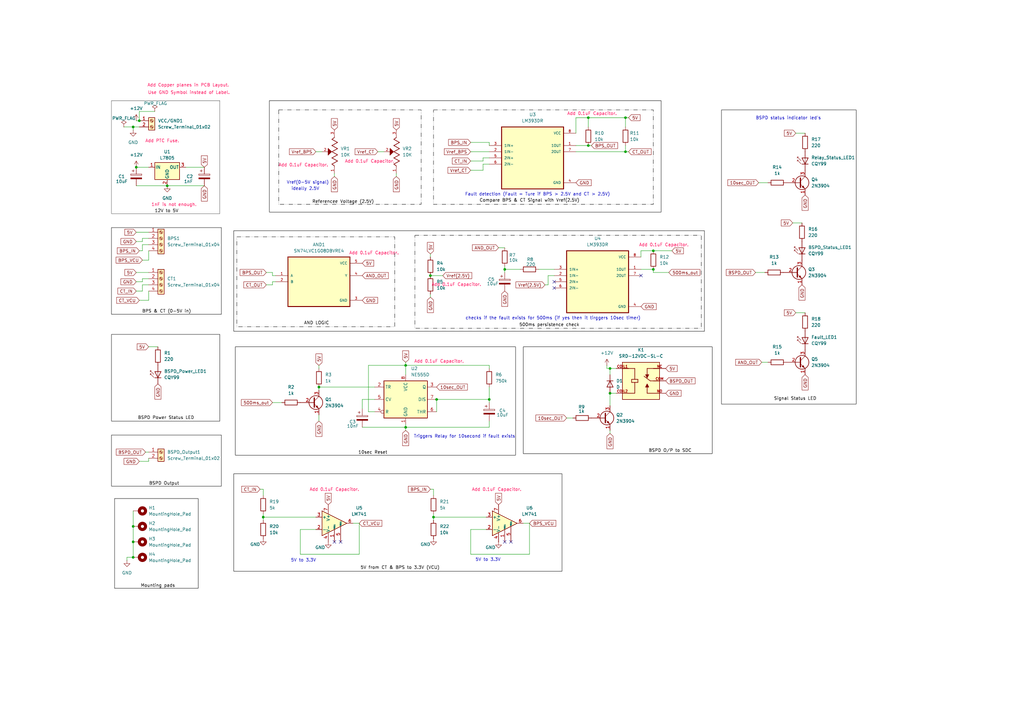
<source format=kicad_sch>
(kicad_sch (version 20231120) (generator "eeschema") (generator_version "8.0")
  (paper "A3")
  (title_block (title "BSPD") (company "Team Urja") (comment 1 "Property of Team Urja"))
  (junction (at 57.15 49.53))
  (junction (at 166.37 175.26))
  (junction (at 130.81 158.75))
  (junction (at 177.8 212.09))
  (junction (at 241.3 59.69))
  (junction (at 267.97 102.87))
  (junction (at 179.07 163.83))
  (junction (at 54.61 222.25))
  (junction (at 55.88 68.58))
  (junction (at 241.3 48.26))
  (junction (at 250.19 151.13))
  (junction (at 256.54 62.23))
  (junction (at 54.61 52.07))
  (junction (at 68.58 76.2))
  (junction (at 207.01 110.49))
  (junction (at 200.66 163.83))
  (junction (at 54.61 215.9))
  (junction (at 267.97 110.49))
  (junction (at 107.95 212.09))
  (junction (at 250.19 161.29))
  (junction (at 256.54 48.26))
  (junction (at 54.61 228.6))
  (junction (at 176.53 113.03))
  (junction (at 166.37 149.86))
  (no_connect (at 139.7 222.25))
  (no_connect (at 227.33 118.11))
  (no_connect (at 227.33 115.57))
  (no_connect (at 262.89 113.03))
  (no_connect (at 137.16 222.25))
  (no_connect (at 207.01 222.25))
  (no_connect (at 209.55 222.25))
  (wire (pts (xy 55.88 115.57) (xy 58.42 115.57)))
  (wire (pts (xy 113.03 115.57) (xy 111.76 115.57)))
  (wire (pts (xy 55.88 99.06) (xy 58.42 99.06)))
  (wire (pts (xy 217.17 214.63) (xy 214.63 214.63)))
  (wire (pts (xy 256.54 62.23) (xy 257.81 62.23)))
  (wire (pts (xy 60.96 106.68) (xy 60.96 102.87)))
  (wire (pts (xy 193.04 217.17) (xy 193.04 227.33)))
  (wire (pts (xy 193.04 62.23) (xy 200.66 62.23)))
  (wire (pts (xy 220.98 110.49) (xy 227.33 110.49)))
  (wire (pts (xy 257.81 48.26) (xy 256.54 48.26)))
  (wire (pts (xy 326.39 128.27) (xy 330.2 128.27)))
  (wire (pts (xy 326.39 54.61) (xy 330.2 54.61)))
  (wire (pts (xy 166.37 149.86) (xy 151.13 149.86)))
  (wire (pts (xy 129.54 217.17) (xy 123.19 217.17)))
  (wire (pts (xy 148.59 163.83) (xy 153.67 163.83)))
  (wire (pts (xy 130.81 158.75) (xy 130.81 160.02)))
  (wire (pts (xy 312.42 148.59) (xy 314.96 148.59)))
  (wire (pts (xy 193.04 227.33) (xy 217.17 227.33)))
  (wire (pts (xy 200.66 67.31) (xy 198.12 67.31)))
  (wire (pts (xy 262.89 102.87) (xy 267.97 102.87)))
  (wire (pts (xy 57.15 189.23) (xy 60.96 189.23)))
  (wire (pts (xy 198.12 66.04) (xy 198.12 64.77)))
  (wire (pts (xy 123.19 227.33) (xy 147.32 227.33)))
  (wire (pts (xy 207.01 110.49) (xy 207.01 111.76)))
  (wire (pts (xy 54.61 52.07) (xy 57.15 52.07)))
  (wire (pts (xy 325.12 91.44) (xy 328.93 91.44)))
  (wire (pts (xy 204.47 101.6) (xy 207.01 101.6)))
  (wire (pts (xy 109.22 111.76) (xy 111.76 111.76)))
  (wire (pts (xy 151.13 149.86) (xy 151.13 168.91)))
  (wire (pts (xy 60.96 119.38) (xy 60.96 123.19)))
  (wire (pts (xy 252.73 151.13) (xy 250.19 151.13)))
  (wire (pts (xy 250.19 177.8) (xy 250.19 176.53)))
  (wire (pts (xy 177.8 212.09) (xy 199.39 212.09)))
  (wire (pts (xy 147.32 214.63) (xy 144.78 214.63)))
  (wire (pts (xy 166.37 175.26) (xy 166.37 173.99)))
  (wire (pts (xy 76.2 68.58) (xy 83.82 68.58)))
  (wire (pts (xy 250.19 161.29) (xy 250.19 166.37)))
  (wire (pts (xy 55.88 111.76) (xy 60.96 111.76)))
  (wire (pts (xy 58.42 97.79) (xy 60.96 97.79)))
  (wire (pts (xy 177.8 213.36) (xy 177.8 212.09)))
  (wire (pts (xy 58.42 116.84) (xy 60.96 116.84)))
  (wire (pts (xy 59.69 185.42) (xy 60.96 185.42)))
  (wire (pts (xy 241.3 59.69) (xy 242.57 59.69)))
  (wire (pts (xy 241.3 48.26) (xy 256.54 48.26)))
  (wire (pts (xy 207.01 110.49) (xy 213.36 110.49)))
  (wire (pts (xy 148.59 167.64) (xy 148.59 163.83)))
  (wire (pts (xy 148.59 175.26) (xy 166.37 175.26)))
  (wire (pts (xy 129.54 62.23) (xy 132.08 62.23)))
  (wire (pts (xy 58.42 116.84) (xy 58.42 119.38)))
  (wire (pts (xy 275.59 102.87) (xy 267.97 102.87)))
  (wire (pts (xy 207.01 109.22) (xy 207.01 110.49)))
  (wire (pts (xy 262.89 110.49) (xy 267.97 110.49)))
  (wire (pts (xy 58.42 106.68) (xy 60.96 106.68)))
  (wire (pts (xy 177.8 200.66) (xy 176.53 200.66)))
  (wire (pts (xy 154.94 62.23) (xy 157.48 62.23)))
  (wire (pts (xy 58.42 115.57) (xy 58.42 114.3)))
  (wire (pts (xy 224.79 113.03) (xy 227.33 113.03)))
  (wire (pts (xy 256.54 48.26) (xy 256.54 52.07)))
  (wire (pts (xy 241.3 48.26) (xy 241.3 52.07)))
  (wire (pts (xy 60.96 189.23) (xy 60.96 187.96)))
  (wire (pts (xy 147.32 227.33) (xy 147.32 214.63)))
  (wire (pts (xy 193.04 58.42) (xy 200.66 58.42)))
  (wire (pts (xy 111.76 116.84) (xy 109.22 116.84)))
  (wire (pts (xy 217.17 227.33) (xy 217.17 214.63)))
  (wire (pts (xy 200.66 149.86) (xy 166.37 149.86)))
  (wire (pts (xy 130.81 158.75) (xy 153.67 158.75)))
  (wire (pts (xy 199.39 217.17) (xy 193.04 217.17)))
  (wire (pts (xy 54.61 215.9) (xy 54.61 222.25)))
  (wire (pts (xy 58.42 99.06) (xy 58.42 97.79)))
  (wire (pts (xy 58.42 119.38) (xy 55.88 119.38)))
  (wire (pts (xy 236.22 59.69) (xy 241.3 59.69)))
  (wire (pts (xy 107.95 200.66) (xy 107.95 203.2)))
  (wire (pts (xy 137.16 71.12) (xy 137.16 72.39)))
  (wire (pts (xy 55.88 49.53) (xy 57.15 49.53)))
  (wire (pts (xy 193.04 66.04) (xy 198.12 66.04)))
  (wire (pts (xy 58.42 114.3) (xy 60.96 114.3)))
  (wire (pts (xy 252.73 161.29) (xy 250.19 161.29)))
  (wire (pts (xy 111.76 165.1) (xy 115.57 165.1)))
  (wire (pts (xy 179.07 163.83) (xy 179.07 168.91)))
  (wire (pts (xy 107.95 212.09) (xy 129.54 212.09)))
  (wire (pts (xy 54.61 228.6) (xy 52.07 228.6)))
  (wire (pts (xy 55.88 76.2) (xy 68.58 76.2)))
  (wire (pts (xy 123.19 217.17) (xy 123.19 227.33)))
  (wire (pts (xy 166.37 176.53) (xy 166.37 175.26)))
  (wire (pts (xy 54.61 222.25) (xy 54.61 228.6)))
  (wire (pts (xy 111.76 115.57) (xy 111.76 116.84)))
  (wire (pts (xy 179.07 163.83) (xy 200.66 163.83)))
  (wire (pts (xy 54.61 53.34) (xy 54.61 52.07)))
  (wire (pts (xy 60.96 68.58) (xy 55.88 68.58)))
  (wire (pts (xy 177.8 200.66) (xy 177.8 203.2)))
  (wire (pts (xy 176.53 104.14) (xy 176.53 105.41)))
  (wire (pts (xy 256.54 59.69) (xy 256.54 62.23)))
  (wire (pts (xy 57.15 45.72) (xy 57.15 49.53)))
  (wire (pts (xy 236.22 48.26) (xy 241.3 48.26)))
  (wire (pts (xy 198.12 69.85) (xy 193.04 69.85)))
  (wire (pts (xy 107.95 210.82) (xy 107.95 212.09)))
  (wire (pts (xy 151.13 168.91) (xy 153.67 168.91)))
  (wire (pts (xy 63.5 45.72) (xy 57.15 45.72)))
  (wire (pts (xy 176.53 120.65) (xy 176.53 121.92)))
  (wire (pts (xy 166.37 153.67) (xy 166.37 149.86)))
  (wire (pts (xy 111.76 111.76) (xy 111.76 113.03)))
  (wire (pts (xy 224.79 116.84) (xy 224.79 113.03)))
  (wire (pts (xy 256.54 62.23) (xy 236.22 62.23)))
  (wire (pts (xy 248.92 149.86) (xy 248.92 151.13)))
  (wire (pts (xy 311.15 74.93) (xy 314.96 74.93)))
  (wire (pts (xy 60.96 142.24) (xy 64.77 142.24)))
  (wire (pts (xy 68.58 76.2) (xy 83.82 76.2)))
  (wire (pts (xy 58.42 102.87) (xy 58.42 100.33)))
  (wire (pts (xy 57.15 102.87) (xy 58.42 102.87)))
  (wire (pts (xy 200.66 172.72) (xy 200.66 175.26)))
  (wire (pts (xy 50.8 52.07) (xy 54.61 52.07)))
  (wire (pts (xy 54.61 209.55) (xy 54.61 215.9)))
  (wire (pts (xy 111.76 113.03) (xy 113.03 113.03)))
  (wire (pts (xy 200.66 58.42) (xy 200.66 59.69)))
  (wire (pts (xy 274.32 111.76) (xy 267.97 111.76)))
  (wire (pts (xy 200.66 158.75) (xy 200.66 163.83)))
  (wire (pts (xy 198.12 64.77) (xy 200.66 64.77)))
  (wire (pts (xy 176.53 113.03) (xy 181.61 113.03)))
  (wire (pts (xy 166.37 175.26) (xy 200.66 175.26)))
  (wire (pts (xy 130.81 170.18) (xy 130.81 172.72)))
  (wire (pts (xy 162.56 71.12) (xy 162.56 72.39)))
  (wire (pts (xy 177.8 210.82) (xy 177.8 212.09)))
  (wire (pts (xy 200.66 163.83) (xy 200.66 165.1)))
  (wire (pts (xy 200.66 151.13) (xy 200.66 149.86)))
  (wire (pts (xy 58.42 100.33) (xy 60.96 100.33)))
  (wire (pts (xy 60.96 123.19) (xy 57.15 123.19)))
  (wire (pts (xy 166.37 148.59) (xy 166.37 149.86)))
  (wire (pts (xy 232.41 171.45) (xy 234.95 171.45)))
  (wire (pts (xy 236.22 54.61) (xy 236.22 48.26)))
  (wire (pts (xy 309.88 111.76) (xy 313.69 111.76)))
  (wire (pts (xy 107.95 213.36) (xy 107.95 212.09)))
  (wire (pts (xy 248.92 151.13) (xy 250.19 151.13)))
  (wire (pts (xy 52.07 228.6) (xy 52.07 229.87)))
  (wire (pts (xy 223.52 116.84) (xy 224.79 116.84)))
  (wire (pts (xy 267.97 111.76) (xy 267.97 110.49)))
  (wire (pts (xy 250.19 151.13) (xy 250.19 153.67)))
  (wire (pts (xy 55.88 95.25) (xy 60.96 95.25)))
  (wire (pts (xy 262.89 105.41) (xy 262.89 102.87)))
  (wire (pts (xy 107.95 200.66) (xy 106.68 200.66)))
  (wire (pts (xy 198.12 67.31) (xy 198.12 69.85)))
  (wire (pts (xy 130.81 149.86) (xy 130.81 151.13)))
  (rectangle (start 45.72 41.275) (end 90.17 87.63) (stroke (width 0.1) (color 0 0 0 1)))
  (rectangle (start 295.91 45.085) (end 351.155 165.735) (stroke (width 0) (color 0 0 0 1)))
  (rectangle (start 95.885 94.615) (end 288.925 135.89) (stroke (width 0) (color 0 0 0 1)))
  (rectangle (start 177.8 45.085) (end 267.97 83.82) (stroke (width 0) (type dash_dot_dot) (color 0 0 0 1)))
  (rectangle (start 114.3 45.085) (end 172.72 83.82) (stroke (width 0) (type dash_dot_dot) (color 0 0 0 1)))
  (rectangle (start 214.63 142.24) (end 292.1 186.055) (stroke (width 0) (color 0 0 0 1)))
  (rectangle (start 110.49 41.275) (end 271.145 86.995) (stroke (width 0) (color 0 0 0 1)))
  (rectangle (start 97.155 97.155) (end 161.925 133.985) (stroke (width 0) (type dash_dot_dot) (color 0 0 0 1)))
  (rectangle (start 96.52 142.24) (end 211.455 186.69) (stroke (width 0) (color 0 0 0 1)))
  (rectangle (start 46.99 204.47) (end 81.28 241.3) (stroke (width 0) (color 0 0 0 1)))
  (rectangle (start 95.885 194.31) (end 230.505 234.315) (stroke (width 0) (color 0 0 0 1)))
  (rectangle (start 45.72 93.345) (end 90.805 128.905) (stroke (width 0) (color 0 0 0 1)))
  (rectangle (start 170.18 96.52) (end 287.655 134.62) (stroke (width 0) (type dash_dot_dot) (color 0 0 0 1)))
  (rectangle (start 45.72 178.435) (end 90.805 199.39) (stroke (width 0) (color 0 0 0 1)))
  (rectangle (start 45.72 137.16) (end 90.17 172.72) (stroke (width 0) (color 0 0 0 1)))
  (text "Triggers Relay for 10second if fault exists\n" (at 190.5 179.07 0) (effects (font (size 1.27 1.27))))
  (text "BSPD Power Status LED" (at 68.072 171.45 0) (effects (font (size 1.27 1.27))))
  (text "AND LOGIC \n" (at 130.302 132.588 0) (effects (font (size 1.27 1.27))))
  (text "Add Copper planes in PCB Layout." (at 77.216 35.052 0) (effects (font (size 1.27 1.27))))
  (text "5V to 3.3V\n" (at 200.152 229.616 0) (effects (font (size 1.27 1.27))))
  (text "BSPD O/P to SDC" (at 274.828 184.912 0) (effects (font (size 1.27 1.27))))
  (text "checks if the fault exists for 500ms (if yes then it tirggers 10sec timer)" (at 226.822 130.556 0) (effects (font (size 1.27 1.27))))
  (text "10sec Reset" (at 152.908 185.674 0) (effects (font (size 1.27 1.27))))
  (text "Add 0.1uF Capacitor." (at 151.638 66.294 0) (effects (font (size 1.27 1.27))))
  (text "Add 0.1uF Capacitor." (at 187.198 116.84 0) (effects (font (size 1.27 1.27))))
  (text "Add 0.1uF Capacitor." (at 180.086 148.336 0) (effects (font (size 1.27 1.27))))
  (text "Add 0.1uF Capacitor." (at 272.288 100.584 0) (effects (font (size 1.27 1.27))))
  (text "BPS & CT (0-5V in)" (at 68.326 127.762 0) (effects (font (size 1.27 1.27))))
  (text "Fault detection (Fault = Ture if BPS > 2.5V and CT > 2.5V)" (at 220.472 79.756 0) (effects (font (size 1.27 1.27))))
  (text "12V to 5V\n" (at 68.326 86.614 0) (effects (font (size 1.27 1.27))))
  (text "Signal Status LED\n" (at 326.136 163.576 0) (effects (font (size 1.27 1.27))))
  (text "Add 0.1uF Capacitor." (at 242.824 46.736 0) (effects (font (size 1.27 1.27))))
  (text "Compare BPS & CT Signal with Vref(2.5V)" (at 217.17 82.296 0) (effects (font (size 1.27 1.27))))
  (text "Add 0.1uF Capacitor." (at 203.708 200.914 0) (effects (font (size 1.27 1.27))))
  (text "5V from CT & BPS to 3.3V (VCU)" (at 164.084 232.918 0) (effects (font (size 1.27 1.27))))
  (text "Vref(0-5V signal)" (at 126.238 74.93 0) (effects (font (size 1.27 1.27))))
  (text "BSPD status indicator led's\n" (at 323.342 48.514 0) (effects (font (size 1.27 1.27))))
  (text "Add 0.1uF Capacitor." (at 137.16 200.914 0) (effects (font (size 1.27 1.27))))
  (text "Add 0.1uF Capacitor." (at 124.46 67.818 0) (effects (font (size 1.27 1.27))))
  (text "ideally 2.5V\n" (at 125.222 77.47 0) (effects (font (size 1.27 1.27))))
  (text "Add PTC Fuse." (at 66.548 57.912 0) (effects (font (size 1.27 1.27))))
  (text "1nF is not enough." (at 71.374 84.074 0) (effects (font (size 1.27 1.27))))
  (text "Referencee Voltage (2.5V)" (at 140.716 82.804 0) (effects (font (size 1.27 1.27))))
  (text "BSPD Output" (at 67.31 198.374 0) (effects (font (size 1.27 1.27))))
  (text "Mounting pads" (at 64.77 240.284 0) (effects (font (size 1.27 1.27))))
  (text "500ms persistence check" (at 225.298 133.35 0) (effects (font (size 1.27 1.27))))
  (text "5V to 3.3V\n" (at 124.46 229.87 0) (effects (font (size 1.27 1.27))))
  (text "Use GND Symbol instead of Label." (at 77.47 38.1 0) (effects (font (size 1.27 1.27))))
  (text "Add 0.1uF Capacitor." (at 153.416 103.886 0) (effects (font (size 1.27 1.27))))
  (global_label "GND" (shape input) (at 207.01 119.38 270) (property "Intersheetrefs" "${INTERSHEET_REFS}" (effects (hide yes))))
  (global_label "BPS_IN" (shape input) (at 193.04 58.42 180) (property "Intersheetrefs" "${INTERSHEET_REFS}" (effects (hide yes))))
  (global_label "GND" (shape input) (at 273.05 161.29 0) (property "Intersheetrefs" "${INTERSHEET_REFS}" (effects (hide yes))))
  (global_label "5V" (shape input) (at 176.53 104.14 90) (property "Intersheetrefs" "${INTERSHEET_REFS}" (effects (hide yes))))
  (global_label "Vref_CT" (shape input) (at 193.04 69.85 180) (property "Intersheetrefs" "${INTERSHEET_REFS}" (effects (hide yes))))
  (global_label "GND" (shape input) (at 55.88 115.57 180) (property "Intersheetrefs" "${INTERSHEET_REFS}" (effects (hide yes))))
  (global_label "CT_IN" (shape input) (at 55.88 119.38 180) (property "Intersheetrefs" "${INTERSHEET_REFS}" (effects (hide yes))))
  (global_label "GND" (shape input) (at 148.59 123.19 0) (property "Intersheetrefs" "${INTERSHEET_REFS}" (effects (hide yes))))
  (global_label "5V" (shape input) (at 166.37 148.59 90) (property "Intersheetrefs" "${INTERSHEET_REFS}" (effects (hide yes))))
  (global_label "Vref_BPS" (shape input) (at 129.54 62.23 180) (property "Intersheetrefs" "${INTERSHEET_REFS}" (effects (hide yes))))
  (global_label "5V" (shape input) (at 137.16 53.34 90) (property "Intersheetrefs" "${INTERSHEET_REFS}" (effects (hide yes))))
  (global_label "5V" (shape input) (at 204.47 207.01 90) (property "Intersheetrefs" "${INTERSHEET_REFS}" (effects (hide yes))))
  (global_label "GND" (shape input) (at 328.93 116.84 270) (property "Intersheetrefs" "${INTERSHEET_REFS}" (effects (hide yes))))
  (global_label "GND" (shape input) (at 330.2 80.01 270) (property "Intersheetrefs" "${INTERSHEET_REFS}" (effects (hide yes))))
  (global_label "10sec_OUT" (shape input) (at 232.41 171.45 180) (property "Intersheetrefs" "${INTERSHEET_REFS}" (effects (hide yes))))
  (global_label "5V" (shape input) (at 55.88 95.25 180) (property "Intersheetrefs" "${INTERSHEET_REFS}" (effects (hide yes))))
  (global_label "GND" (shape input) (at 130.81 172.72 270) (property "Intersheetrefs" "${INTERSHEET_REFS}" (effects (hide yes))))
  (global_label "CT_IN" (shape input) (at 106.68 200.66 180) (property "Intersheetrefs" "${INTERSHEET_REFS}" (effects (hide yes))))
  (global_label "CT_VCU" (shape input) (at 147.32 214.63 0) (property "Intersheetrefs" "${INTERSHEET_REFS}" (effects (hide yes))))
  (global_label "5V" (shape input) (at 326.39 128.27 180) (property "Intersheetrefs" "${INTERSHEET_REFS}" (effects (hide yes))))
  (global_label "GND" (shape input) (at 166.37 176.53 270) (property "Intersheetrefs" "${INTERSHEET_REFS}" (effects (hide yes))))
  (global_label "10sec_OUT" (shape input) (at 179.07 158.75 0) (property "Intersheetrefs" "${INTERSHEET_REFS}" (effects (hide yes))))
  (global_label "5V" (shape input) (at 275.59 102.87 0) (property "Intersheetrefs" "${INTERSHEET_REFS}" (effects (hide yes))))
  (global_label "CT_IN" (shape input) (at 193.04 66.04 180) (property "Intersheetrefs" "${INTERSHEET_REFS}" (effects (hide yes))))
  (global_label "GND" (shape input) (at 64.77 157.48 270) (property "Intersheetrefs" "${INTERSHEET_REFS}" (effects (hide yes))))
  (global_label "GND" (shape input) (at 250.19 177.8 270) (property "Intersheetrefs" "${INTERSHEET_REFS}" (effects (hide yes))))
  (global_label "BSPD_OUT" (shape input) (at 309.88 111.76 180) (property "Intersheetrefs" "${INTERSHEET_REFS}" (effects (hide yes))))
  (global_label "CT_OUT" (shape input) (at 109.22 116.84 180) (property "Intersheetrefs" "${INTERSHEET_REFS}" (effects (hide yes))))
  (global_label "BPS_IN" (shape input) (at 176.53 200.66 180) (property "Intersheetrefs" "${INTERSHEET_REFS}" (effects (hide yes))))
  (global_label "GND" (shape input) (at 137.16 72.39 270) (property "Intersheetrefs" "${INTERSHEET_REFS}" (effects (hide yes))))
  (global_label "5V" (shape input) (at 326.39 54.61 180) (property "Intersheetrefs" "${INTERSHEET_REFS}" (effects (hide yes))))
  (global_label "BPS_VCU" (shape input) (at 217.17 214.63 0) (property "Intersheetrefs" "${INTERSHEET_REFS}" (effects (hide yes))))
  (global_label "GND" (shape input) (at 176.53 121.92 270) (property "Intersheetrefs" "${INTERSHEET_REFS}" (effects (hide yes))))
  (global_label "Vref_BPS" (shape input) (at 193.04 62.23 180) (property "Intersheetrefs" "${INTERSHEET_REFS}" (effects (hide yes))))
  (global_label "5V" (shape input) (at 273.05 151.13 0) (property "Intersheetrefs" "${INTERSHEET_REFS}" (effects (hide yes))))
  (global_label "10sec_OUT" (shape input) (at 311.15 74.93 180) (property "Intersheetrefs" "${INTERSHEET_REFS}" (effects (hide yes))))
  (global_label "GND" (shape input) (at 83.82 76.2 270) (property "Intersheetrefs" "${INTERSHEET_REFS}" (effects (hide yes))))
  (global_label "GND" (shape input) (at 57.15 189.23 180) (property "Intersheetrefs" "${INTERSHEET_REFS}" (effects (hide yes))))
  (global_label "AND_OUT" (shape input) (at 148.59 113.03 0) (property "Intersheetrefs" "${INTERSHEET_REFS}" (effects (hide yes))))
  (global_label "5V" (shape input) (at 148.59 107.95 0) (property "Intersheetrefs" "${INTERSHEET_REFS}" (effects (hide yes))))
  (global_label "AND_OUT" (shape input) (at 204.47 101.6 180) (property "Intersheetrefs" "${INTERSHEET_REFS}" (effects (hide yes))))
  (global_label "BPS_VCU" (shape input) (at 58.42 106.68 180) (property "Intersheetrefs" "${INTERSHEET_REFS}" (effects (hide yes))))
  (global_label "GND" (shape input) (at 162.56 72.39 270) (property "Intersheetrefs" "${INTERSHEET_REFS}" (effects (hide yes))))
  (global_label "BSPD_OUT" (shape input) (at 59.69 185.42 180) (property "Intersheetrefs" "${INTERSHEET_REFS}" (effects (hide yes))))
  (global_label "5V" (shape input) (at 134.62 207.01 90) (property "Intersheetrefs" "${INTERSHEET_REFS}" (effects (hide yes))))
  (global_label "5V" (shape input) (at 162.56 53.34 90) (property "Intersheetrefs" "${INTERSHEET_REFS}" (effects (hide yes))))
  (global_label "CT_OUT" (shape input) (at 257.81 62.23 0) (property "Intersheetrefs" "${INTERSHEET_REFS}" (effects (hide yes))))
  (global_label "CT_VCU" (shape input) (at 57.15 123.19 180) (property "Intersheetrefs" "${INTERSHEET_REFS}" (effects (hide yes))))
  (global_label "BPS_OUT" (shape input) (at 242.57 59.69 0) (property "Intersheetrefs" "${INTERSHEET_REFS}" (effects (hide yes))))
  (global_label "BSPD_OUT" (shape input) (at 273.05 156.21 0) (property "Intersheetrefs" "${INTERSHEET_REFS}" (effects (hide yes))))
  (global_label "AND_OUT" (shape input) (at 312.42 148.59 180) (property "Intersheetrefs" "${INTERSHEET_REFS}" (effects (hide yes))))
  (global_label "5V" (shape input) (at 130.81 149.86 90) (property "Intersheetrefs" "${INTERSHEET_REFS}" (effects (hide yes))))
  (global_label "GND" (shape input) (at 55.88 99.06 180) (property "Intersheetrefs" "${INTERSHEET_REFS}" (effects (hide yes))))
  (global_label "Vref_CT" (shape input) (at 154.94 62.23 180) (property "Intersheetrefs" "${INTERSHEET_REFS}" (effects (hide yes))))
  (global_label "500ms_out" (shape input) (at 274.32 111.76 0) (property "Intersheetrefs" "${INTERSHEET_REFS}" (effects (hide yes))))
  (global_label "BPS_IN" (shape input) (at 57.15 102.87 180) (property "Intersheetrefs" "${INTERSHEET_REFS}" (effects (hide yes))))
  (global_label "GND" (shape input) (at 236.22 74.93 0) (property "Intersheetrefs" "${INTERSHEET_REFS}" (effects (hide yes))))
  (global_label "5V" (shape input) (at 257.81 48.26 0) (property "Intersheetrefs" "${INTERSHEET_REFS}" (effects (hide yes))))
  (global_label "500ms_out" (shape input) (at 111.76 165.1 180) (property "Intersheetrefs" "${INTERSHEET_REFS}" (effects (hide yes))))
  (global_label "BPS_OUT" (shape input) (at 109.22 111.76 180) (property "Intersheetrefs" "${INTERSHEET_REFS}" (effects (hide yes))))
  (global_label "Vref(2.5V)" (shape input) (at 223.52 116.84 180) (property "Intersheetrefs" "${INTERSHEET_REFS}" (effects (hide yes))))
  (global_label "GND" (shape input) (at 330.2 153.67 270) (property "Intersheetrefs" "${INTERSHEET_REFS}" (effects (hide yes))))
  (global_label "5V" (shape input) (at 55.88 111.76 180) (property "Intersheetrefs" "${INTERSHEET_REFS}" (effects (hide yes))))
  (global_label "5V" (shape input) (at 83.82 68.58 90) (property "Intersheetrefs" "${INTERSHEET_REFS}" (effects (hide yes))))
  (global_label "5V" (shape input) (at 60.96 142.24 180) (property "Intersheetrefs" "${INTERSHEET_REFS}" (effects (hide yes))))
  (global_label "GND" (shape input) (at 262.89 125.73 0) (property "Intersheetrefs" "${INTERSHEET_REFS}" (effects (hide yes))))
  (global_label "Vref(2.5V)" (shape input) (at 181.61 113.03 0) (property "Intersheetrefs" "${INTERSHEET_REFS}" (effects (hide yes))))
  (global_label "5V" (shape input) (at 325.12 91.44 180) (property "Intersheetrefs" "${INTERSHEET_REFS}" (effects (hide yes))))
  (symbol (lib_id "power:+12V") (at 55.88 68.58 0) (unit 1)
    (property "Reference" "#PWR03" (effects (hide yes)))
    (property "Value" "+12V" (at 55.88 63.5 0))
    (property "Description" "Power symbol creates a global label with name \"+12V\"" (effects (hide yes)))
  )
  (symbol (lib_id "Device:R") (at 330.2 132.08 180) (unit 1)
    (property "Reference" "R18" (at 332.74 130.8099 0) (effects (justify right)))
    (property "Value" "220" (at 332.74 133.3499 0) (effects (justify right)))
    (property "Footprint" "Resistor_THT:R_Axial_DIN0207_L6.3mm_D2.5mm_P10.16mm_Horizontal" (effects (hide yes)))
    (property "Description" "Resistor" (effects (hide yes)))
  )
  (symbol (lib_id "Transistor_BJT:2N3904") (at 247.65 171.45 0) (unit 1)
    (property "Reference" "Q2" (at 252.73 170.1799 0) (effects (justify left)))
    (property "Value" "2N3904" (at 252.73 172.7199 0) (effects (justify left)))
    (property "Footprint" "Package_TO_SOT_THT:TO-92_Inline" (effects (hide yes)))
    (property "Datasheet" "https://www.onsemi.com/pub/Collateral/2N3903-D.PDF" (effects (hide yes)))
    (property "Description" "0.2A Ic, 40V Vce, Small Signal NPN Transistor, TO-92" (effects (hide yes)))
  )
  (symbol (lib_id "Connector:Screw_Terminal_01x04") (at 66.04 97.79 0) (unit 1)
    (property "Reference" "BPS1" (at 68.58 97.7899 0) (effects (justify left)))
    (property "Value" "Screw_Terminal_01x04" (at 68.58 100.3299 0) (effects (justify left)))
    (property "Footprint" "Connector_PinHeader_2.54mm:PinHeader_1x04_P2.54mm_Vertical" (effects (hide yes)))
    (property "Description" "Generic screw terminal, single row, 01x04, script generated (kicad-library-utils/schlib/autogen/connector/)" (effects (hide yes)))
  )
  (symbol (lib_id "Transistor_BJT:2N3904") (at 326.39 111.76 0) (unit 1)
    (property "Reference" "Q3" (at 331.47 110.4899 0) (effects (justify left)))
    (property "Value" "2N3904" (at 331.47 113.0299 0) (effects (justify left)))
    (property "Footprint" "Package_TO_SOT_THT:TO-92_Inline" (effects (hide yes)))
    (property "Datasheet" "https://www.onsemi.com/pub/Collateral/2N3903-D.PDF" (effects (hide yes)))
    (property "Description" "0.2A Ic, 40V Vce, Small Signal NPN Transistor, TO-92" (effects (hide yes)))
  )
  (symbol (lib_id "power:GND") (at 68.58 76.2 0) (unit 1)
    (property "Reference" "#PWR04" (effects (hide yes)))
    (property "Value" "GND" (at 68.58 81.28 0))
    (property "Description" "Power symbol creates a global label with name \"GND\" , ground" (effects (hide yes)))
  )
  (symbol (lib_id "Device:R") (at 241.3 55.88 0) (unit 1)
    (property "Reference" "R10" (at 243.84 54.6099 0) (effects (justify left)))
    (property "Value" "10k" (at 243.84 57.1499 0) (effects (justify left)))
    (property "Footprint" "Resistor_THT:R_Axial_DIN0207_L6.3mm_D2.5mm_P10.16mm_Horizontal" (effects (hide yes)))
    (property "Description" "Resistor" (effects (hide yes)))
  )
  (symbol (lib_id "Device:R") (at 107.95 217.17 0) (unit 1)
    (property "Reference" "R20" (at 110.49 215.8999 0) (effects (justify left)))
    (property "Value" "10k" (at 110.49 218.4399 0) (effects (justify left)))
    (property "Footprint" "Resistor_THT:R_Axial_DIN0204_L3.6mm_D1.6mm_P5.08mm_Horizontal" (effects (hide yes)))
    (property "Description" "Resistor" (effects (hide yes)))
  )
  (symbol (lib_id "Device:R") (at 176.53 116.84 0) (unit 1)
    (property "Reference" "R5" (at 179.07 115.5699 0) (effects (justify left)))
    (property "Value" "10k" (at 179.07 118.1099 0) (effects (justify left)))
    (property "Footprint" "Resistor_THT:R_Axial_DIN0207_L6.3mm_D2.5mm_P10.16mm_Horizontal" (effects (hide yes)))
    (property "Description" "Resistor" (effects (hide yes)))
  )
  (symbol (lib_id "Device:R") (at 177.8 217.17 0) (unit 1)
    (property "Reference" "R22" (at 180.34 215.8999 0) (effects (justify left)))
    (property "Value" "10k" (at 180.34 218.4399 0) (effects (justify left)))
    (property "Footprint" "Resistor_THT:R_Axial_DIN0204_L3.6mm_D1.6mm_P5.08mm_Horizontal" (effects (hide yes)))
    (property "Description" "Resistor" (effects (hide yes)))
  )
  (symbol (lib_id "Connector:Screw_Terminal_01x02") (at 62.23 49.53 0) (unit 1)
    (property "Reference" "VCC/GND1" (at 64.77 49.5299 0) (effects (justify left)))
    (property "Value" "Screw_Terminal_01x02" (at 64.77 52.0699 0) (effects (justify left)))
    (property "Footprint" "Connector_PinHeader_2.54mm:PinHeader_1x02_P2.54mm_Vertical" (effects (hide yes)))
    (property "Description" "Generic screw terminal, single row, 01x02, script generated (kicad-library-utils/schlib/autogen/connector/)" (effects (hide yes)))
  )
  (symbol (lib_id "LED:CQY99") (at 330.2 64.77 90) (unit 1)
    (property "Reference" "Relay_Status_LED1" (at 332.74 64.6429 90) (effects (justify right)))
    (property "Value" "CQY99" (at 332.74 67.1829 90) (effects (justify right)))
    (property "Footprint" "LED_THT:LED_D5.0mm_IRGrey" (effects (hide yes)))
    (property "Datasheet" "https://www.prtice.info/IMG/pdf/CQY99.pdf" (effects (hide yes)))
    (property "Description" "950nm IR-LED, 5mm" (effects (hide yes)))
  )
  (symbol (lib_id "Device:R") (at 64.77 146.05 180) (unit 1)
    (property "Reference" "R1" (at 67.31 144.7799 0) (effects (justify right)))
    (property "Value" "220" (at 67.31 147.3199 0) (effects (justify right)))
    (property "Footprint" "Resistor_THT:R_Axial_DIN0207_L6.3mm_D2.5mm_P10.16mm_Horizontal" (effects (hide yes)))
    (property "Description" "Resistor" (effects (hide yes)))
  )
  (symbol (lib_id "Device:R") (at 200.66 154.94 180) (unit 1)
    (property "Reference" "R6" (at 203.2 153.6699 0) (effects (justify right)))
    (property "Value" "750k" (at 203.2 156.2099 0) (effects (justify right)))
    (property "Footprint" "Resistor_THT:R_Axial_DIN0207_L6.3mm_D2.5mm_P10.16mm_Horizontal" (effects (hide yes)))
    (property "Description" "Resistor" (effects (hide yes)))
  )
  (symbol (lib_id "power:+12V") (at 55.88 49.53 0) (unit 1)
    (property "Reference" "#PWR02" (effects (hide yes)))
    (property "Value" "+12V" (at 55.88 44.45 0))
    (property "Description" "Power symbol creates a global label with name \"+12V\"" (effects (hide yes)))
  )
  (symbol (lib_id "Amplifier_Operational:LM741") (at 207.01 214.63 0) (unit 1)
    (property "Reference" "U6" (at 217.17 208.3114 0))
    (property "Value" "LM741" (at 217.17 210.8514 0))
    (property "Footprint" "LM741CN_NOPB:DIP794W45P254L959H508Q8" (effects (hide yes)))
    (property "Datasheet" "http://www.ti.com/lit/ds/symlink/lm741.pdf" (effects (hide yes)))
    (property "Description" "Operational Amplifier, DIP-8/TO-99-8" (effects (hide yes)))
  )
  (symbol (lib_id "Transistor_BJT:2N3904") (at 327.66 74.93 0) (unit 1)
    (property "Reference" "Q4" (at 332.74 73.6599 0) (effects (justify left)))
    (property "Value" "2N3904" (at 332.74 76.1999 0) (effects (justify left)))
    (property "Footprint" "Package_TO_SOT_THT:TO-92_Inline" (effects (hide yes)))
    (property "Datasheet" "https://www.onsemi.com/pub/Collateral/2N3903-D.PDF" (effects (hide yes)))
    (property "Description" "0.2A Ic, 40V Vce, Small Signal NPN Transistor, TO-92" (effects (hide yes)))
  )
  (symbol (lib_id "Transistor_BJT:2N3904") (at 128.27 165.1 0) (unit 1)
    (property "Reference" "Q1" (at 133.35 163.8299 0) (effects (justify left)))
    (property "Value" "2N3904" (at 133.35 166.3699 0) (effects (justify left)))
    (property "Footprint" "Package_TO_SOT_THT:TO-92_Inline" (effects (hide yes)))
    (property "Datasheet" "https://www.onsemi.com/pub/Collateral/2N3903-D.PDF" (effects (hide yes)))
    (property "Description" "0.2A Ic, 40V Vce, Small Signal NPN Transistor, TO-92" (effects (hide yes)))
  )
  (symbol (lib_id "Transistor_BJT:2N3904") (at 327.66 148.59 0) (unit 1)
    (property "Reference" "Q5" (at 332.74 147.3199 0) (effects (justify left)))
    (property "Value" "2N3904" (at 332.74 149.8599 0) (effects (justify left)))
    (property "Footprint" "Package_TO_SOT_THT:TO-92_Inline" (effects (hide yes)))
    (property "Datasheet" "https://www.onsemi.com/pub/Collateral/2N3903-D.PDF" (effects (hide yes)))
    (property "Description" "0.2A Ic, 40V Vce, Small Signal NPN Transistor, TO-92" (effects (hide yes)))
  )
  (symbol (lib_id "power:PWR_FLAG") (at 63.5 45.72 0) (unit 1)
    (property "Reference" "#FLG02" (effects (hide yes)))
    (property "Value" "PWR_FLAG" (at 63.754 42.418 0))
    (property "Description" "Special symbol for telling ERC where power comes from" (effects (hide yes)))
  )
  (symbol (lib_id "Device:R") (at 207.01 105.41 0) (unit 1)
    (property "Reference" "R7" (at 208.788 104.648 0) (effects (justify left)))
    (property "Value" "10k" (at 208.788 106.68 0) (effects (justify left)))
    (property "Footprint" "Resistor_THT:R_Axial_DIN0207_L6.3mm_D2.5mm_P10.16mm_Horizontal" (effects (hide yes)))
    (property "Description" "Resistor" (effects (hide yes)))
  )
  (symbol (lib_id "Mechanical:MountingHole_Pad") (at 57.15 215.9 270) (unit 1) (exclude_from_sim yes) (in_bom no)
    (property "Reference" "H2" (at 60.96 214.6299 90) (effects (justify left)))
    (property "Value" "MountingHole_Pad" (at 60.96 217.1699 90) (effects (justify left)))
    (property "Footprint" "MountingHole:MountingHole_2.2mm_M2_ISO7380_Pad" (effects (hide yes)))
    (property "Description" "Mounting Hole with connection" (effects (hide yes)))
  )
  (symbol (lib_id "Device:R") (at 177.8 207.01 0) (unit 1)
    (property "Reference" "R21" (at 180.34 205.7399 0) (effects (justify left)))
    (property "Value" "5k" (at 180.34 208.2799 0) (effects (justify left)))
    (property "Footprint" "Resistor_THT:R_Axial_DIN0204_L3.6mm_D1.6mm_P5.08mm_Horizontal" (effects (hide yes)))
    (property "Description" "Resistor" (effects (hide yes)))
  )
  (symbol (lib_id "Trimmer Pot:3296W-OT1-103LF") (at 162.56 62.23 90) (unit 1)
    (property "Reference" "VR2" (at 165.1 60.9599 90) (effects (justify right)))
    (property "Value" "10K" (at 165.1 63.4999 90) (effects (justify right)))
    (property "Footprint" "Trimmer Pot:TRIM_3296W-OT1-103LF" (effects (hide yes)))
    (property "MF" "Bourns" (effects (hide yes)))
    (property "Description_1" "\nTrimmer Resistors - Through Hole 3/8 SQ CERMET 10K SEALED TRIM POT\n" (effects (hide yes)))
    (property "Package" "NON STANDARD-3 Bourns" (effects (hide yes)))
    (property "Price" "None" (effects (hide yes)))
    (property "Check_prices" "https://www.snapeda.com/parts/3296W-OT1-103LF/Bourns/view-part/?ref=eda" (effects (hide yes)))
    (property "STANDARD" "Manufacturer Recommendation" (effects (hide yes)))
    (property "PARTREV" "05/16" (effects (hide yes)))
    (property "SnapEDA_Link" "https://www.snapeda.com/parts/3296W-OT1-103LF/Bourns/view-part/?ref=snap" (effects (hide yes)))
    (property "MP" "3296W-OT1-103LF" (effects (hide yes)))
    (property "Availability" "In Stock" (effects (hide yes)))
    (property "MANUFACTURER" "Bourns" (effects (hide yes)))
  )
  (symbol (lib_id "Device:R") (at 330.2 58.42 180) (unit 1)
    (property "Reference" "R17" (at 332.74 57.1499 0) (effects (justify right)))
    (property "Value" "220" (at 332.74 59.6899 0) (effects (justify right)))
    (property "Footprint" "Resistor_THT:R_Axial_DIN0207_L6.3mm_D2.5mm_P10.16mm_Horizontal" (effects (hide yes)))
    (property "Description" "Resistor" (effects (hide yes)))
  )
  (symbol (lib_id "Mechanical:MountingHole_Pad") (at 57.15 209.55 270) (unit 1) (exclude_from_sim yes) (in_bom no)
    (property "Reference" "H1" (at 60.96 208.2799 90) (effects (justify left)))
    (property "Value" "MountingHole_Pad" (at 60.96 210.8199 90) (effects (justify left)))
    (property "Footprint" "MountingHole:MountingHole_2.2mm_M2_ISO7380_Pad" (effects (hide yes)))
    (property "Description" "Mounting Hole with connection" (effects (hide yes)))
  )
  (symbol (lib_id "Device:D") (at 250.19 157.48 270) (unit 1)
    (property "Reference" "D1" (at 252.73 156.2099 90) (effects (justify left)))
    (property "Value" "D" (at 252.73 158.7499 90) (effects (justify left)))
    (property "Footprint" "Diode_THT:D_DO-35_SOD27_P7.62mm_Horizontal" (effects (hide yes)))
    (property "Description" "Diode" (effects (hide yes)))
    (property "Sim.Device" "D" (effects (hide yes)))
    (property "Sim.Pins" "1=K 2=A" (effects (hide yes)))
  )
  (symbol (lib_id "power:GND") (at 107.95 220.98 0) (unit 1)
    (property "Reference" "#PWR08" (effects (hide yes)))
    (property "Value" "GND" (at 104.648 223.266 0))
    (property "Description" "Power symbol creates a global label with name \"GND\" , ground" (effects (hide yes)))
  )
  (symbol (lib_id "Device:R") (at 256.54 55.88 0) (unit 1)
    (property "Reference" "R11" (at 258.318 54.61 0) (effects (justify left)))
    (property "Value" "10k" (at 258.318 57.15 0) (effects (justify left)))
    (property "Footprint" "Resistor_THT:R_Axial_DIN0207_L6.3mm_D2.5mm_P10.16mm_Horizontal" (effects (hide yes)))
    (property "Description" "Resistor" (effects (hide yes)))
  )
  (symbol (lib_id "Device:R") (at 318.77 74.93 90) (unit 1)
    (property "Reference" "R14" (at 318.77 68.58 90))
    (property "Value" "1k" (at 318.77 71.12 90))
    (property "Footprint" "Resistor_THT:R_Axial_DIN0207_L6.3mm_D2.5mm_P10.16mm_Horizontal" (effects (hide yes)))
    (property "Description" "Resistor" (effects (hide yes)))
  )
  (symbol (lib_id "Relay SPDT 12V:SRD-12VDC-SL-C") (at 262.89 156.21 0) (unit 1)
    (property "Reference" "K1" (at 262.89 143.51 0))
    (property "Value" "SRD-12VDC-SL-C" (at 262.89 146.05 0))
    (property "Footprint" "Relay SPDT 12V:RELAY_SRD-12VDC-SL-C" (effects (hide yes)))
    (property "MF" "Songle Relay" (effects (hide yes)))
    (property "MAXIMUM_PACKAGE_HEIGHT" "15.8 mm" (effects (hide yes)))
    (property "Package" "NON STANDARD-5 Songle Relay" (effects (hide yes)))
    (property "Price" "None" (effects (hide yes)))
    (property "Check_prices" "https://www.snapeda.com/parts/SRD-12VDC-SL-C/Songle+Relay/view-part/?ref=eda" (effects (hide yes)))
    (property "STANDARD" "IPC 7351B" (effects (hide yes)))
    (property "PARTREV" "1.0" (effects (hide yes)))
    (property "SnapEDA_Link" "https://www.snapeda.com/parts/SRD-12VDC-SL-C/Songle+Relay/view-part/?ref=snap" (effects (hide yes)))
    (property "MP" "SRD-12VDC-SL-C" (effects (hide yes)))
    (property "Description_1" "\nGeneral Purpose Non Latching 12VDC SPDT Through Hole Relays RoHS\n" (effects (hide yes)))
    (property "Availability" "In Stock" (effects (hide yes)))
    (property "MANUFACTURER" "Songle Relay" (effects (hide yes)))
  )
  (symbol (lib_id "power:GND") (at 177.8 220.98 0) (unit 1)
    (property "Reference" "#PWR09" (effects (hide yes)))
    (property "Value" "GND" (at 174.498 223.266 0))
    (property "Description" "Power symbol creates a global label with name \"GND\" , ground" (effects (hide yes)))
  )
  (symbol (lib_id "Device:R") (at 130.81 154.94 180) (unit 1)
    (property "Reference" "R3" (at 133.35 153.6699 0) (effects (justify right)))
    (property "Value" "1k" (at 133.35 156.2099 0) (effects (justify right)))
    (property "Footprint" "Resistor_THT:R_Axial_DIN0207_L6.3mm_D2.5mm_P10.16mm_Horizontal" (effects (hide yes)))
    (property "Description" "Resistor" (effects (hide yes)))
  )
  (symbol (lib_id "power:GND") (at 204.47 222.25 0) (unit 1)
    (property "Reference" "#PWR010" (effects (hide yes)))
    (property "Value" "GND" (at 201.168 224.536 0))
    (property "Description" "Power symbol creates a global label with name \"GND\" , ground" (effects (hide yes)))
  )
  (symbol (lib_id "power:+12V") (at 248.92 149.86 0) (unit 1)
    (property "Reference" "#PWR05" (effects (hide yes)))
    (property "Value" "+12V" (at 248.92 144.78 0))
    (property "Description" "Power symbol creates a global label with name \"+12V\"" (effects (hide yes)))
  )
  (symbol (lib_id "power:GND") (at 134.62 222.25 0) (unit 1)
    (property "Reference" "#PWR07" (effects (hide yes)))
    (property "Value" "GND" (at 131.318 224.536 0))
    (property "Description" "Power symbol creates a global label with name \"GND\" , ground" (effects (hide yes)))
  )
  (symbol (lib_id "LM393DR:LM393DR") (at 218.44 64.77 0) (unit 1)
    (property "Reference" "U3" (at 218.44 46.99 0))
    (property "Value" "LM393DR" (at 218.44 49.53 0))
    (property "Footprint" "LM393_THT:DIP794W45P254L959H508Q8" (effects (hide yes)))
    (property "MF" "Texas Instruments" (effects (hide yes)))
    (property "Description_1" "\nDual differential comparator, commercial grade\n" (effects (hide yes)))
    (property "Package" "SOIC-8 Texas Instruments" (effects (hide yes)))
    (property "Price" "None" (effects (hide yes)))
    (property "SnapEDA_Link" "https://www.snapeda.com/parts/LM393DR/Texas+Instruments/view-part/?ref=snap" (effects (hide yes)))
    (property "MP" "LM393DR" (effects (hide yes)))
    (property "Purchase-URL" "https://www.snapeda.com/api/url_track_click_mouser/?unipart_id=6437&manufacturer=Texas Instruments&part_name=LM393DR&search_term=None" (effects (hide yes)))
    (property "Availability" "In Stock" (effects (hide yes)))
    (property "Check_prices" "https://www.snapeda.com/parts/LM393DR/Texas+Instruments/view-part/?ref=eda" (effects (hide yes)))
  )
  (symbol (lib_id "LED:CQY99") (at 330.2 138.43 90) (unit 1)
    (property "Reference" "Fault_LED1" (at 332.74 138.3029 90) (effects (justify right)))
    (property "Value" "CQY99" (at 332.74 140.8429 90) (effects (justify right)))
    (property "Footprint" "LED_THT:LED_D5.0mm_IRGrey" (effects (hide yes)))
    (property "Datasheet" "https://www.prtice.info/IMG/pdf/CQY99.pdf" (effects (hide yes)))
    (property "Description" "950nm IR-LED, 5mm" (effects (hide yes)))
  )
  (symbol (lib_id "LM393DR:LM393DR") (at 245.11 115.57 0) (unit 1)
    (property "Reference" "U4" (at 245.11 97.79 0))
    (property "Value" "LM393DR" (at 245.11 100.33 0))
    (property "Footprint" "LM393_THT:DIP794W45P254L959H508Q8" (effects (hide yes)))
    (property "MF" "Texas Instruments" (effects (hide yes)))
    (property "Description_1" "\nDual differential comparator, commercial grade\n" (effects (hide yes)))
    (property "Package" "SOIC-8 Texas Instruments" (effects (hide yes)))
    (property "Price" "None" (effects (hide yes)))
    (property "SnapEDA_Link" "https://www.snapeda.com/parts/LM393DR/Texas+Instruments/view-part/?ref=snap" (effects (hide yes)))
    (property "MP" "LM393DR" (effects (hide yes)))
    (property "Purchase-URL" "https://www.snapeda.com/api/url_track_click_mouser/?unipart_id=6437&manufacturer=Texas Instruments&part_name=LM393DR&search_term=None" (effects (hide yes)))
    (property "Availability" "In Stock" (effects (hide yes)))
    (property "Check_prices" "https://www.snapeda.com/parts/LM393DR/Texas+Instruments/view-part/?ref=eda" (effects (hide yes)))
  )
  (symbol (lib_id "Device:C_Polarized") (at 148.59 171.45 0) (unit 1)
    (property "Reference" "C3" (at 143.256 172.974 0) (effects (justify left)))
    (property "Value" "10nF" (at 142.24 174.752 0) (effects (justify left)))
    (property "Footprint" "Capacitor_THT:CP_Radial_D4.0mm_P2.00mm" (effects (hide yes)))
    (property "Description" "Polarized capacitor" (effects (hide yes)))
  )
  (symbol (lib_id "Device:R") (at 317.5 111.76 90) (unit 1)
    (property "Reference" "R13" (at 317.5 105.41 90))
    (property "Value" "1k" (at 317.5 107.95 90))
    (property "Footprint" "Resistor_THT:R_Axial_DIN0207_L6.3mm_D2.5mm_P10.16mm_Horizontal" (effects (hide yes)))
    (property "Description" "Resistor" (effects (hide yes)))
  )
  (symbol (lib_id "Device:C_Polarized") (at 55.88 72.39 0) (unit 1)
    (property "Reference" "C1" (at 48.514 72.39 0) (effects (justify left)))
    (property "Value" "10uF" (at 47.498 74.422 0) (effects (justify left)))
    (property "Footprint" "Capacitor_THT:CP_Radial_D4.0mm_P2.00mm" (effects (hide yes)))
    (property "Description" "Polarized capacitor" (effects (hide yes)))
  )
  (symbol (lib_id "Trimmer Pot:3296W-OT1-103LF") (at 137.16 62.23 90) (unit 1)
    (property "Reference" "VR1" (at 139.7 60.9599 90) (effects (justify right)))
    (property "Value" "10K" (at 139.7 63.4999 90) (effects (justify right)))
    (property "Footprint" "Trimmer Pot:TRIM_3296W-OT1-103LF" (effects (hide yes)))
    (property "MF" "Bourns" (effects (hide yes)))
    (property "Description_1" "\nTrimmer Resistors - Through Hole 3/8 SQ CERMET 10K SEALED TRIM POT\n" (effects (hide yes)))
    (property "Package" "NON STANDARD-3 Bourns" (effects (hide yes)))
    (property "Price" "None" (effects (hide yes)))
    (property "Check_prices" "https://www.snapeda.com/parts/3296W-OT1-103LF/Bourns/view-part/?ref=eda" (effects (hide yes)))
    (property "STANDARD" "Manufacturer Recommendation" (effects (hide yes)))
    (property "PARTREV" "05/16" (effects (hide yes)))
    (property "SnapEDA_Link" "https://www.snapeda.com/parts/3296W-OT1-103LF/Bourns/view-part/?ref=snap" (effects (hide yes)))
    (property "MP" "3296W-OT1-103LF" (effects (hide yes)))
    (property "Availability" "In Stock" (effects (hide yes)))
    (property "MANUFACTURER" "Bourns" (effects (hide yes)))
  )
  (symbol (lib_id "power:GND") (at 52.07 229.87 0) (unit 1)
    (property "Reference" "#PWR06" (effects (hide yes)))
    (property "Value" "GND" (at 52.07 234.95 0))
    (property "Description" "Power symbol creates a global label with name \"GND\" , ground" (effects (hide yes)))
  )
  (symbol (lib_id "Amplifier_Operational:LM741") (at 137.16 214.63 0) (unit 1)
    (property "Reference" "U5" (at 147.32 208.3114 0))
    (property "Value" "LM741" (at 147.32 210.8514 0))
    (property "Footprint" "LM741CN_NOPB:DIP794W45P254L959H508Q8" (effects (hide yes)))
    (property "Datasheet" "http://www.ti.com/lit/ds/symlink/lm741.pdf" (effects (hide yes)))
    (property "Description" "Operational Amplifier, DIP-8/TO-99-8" (effects (hide yes)))
  )
  (symbol (lib_id "Device:R") (at 318.77 148.59 90) (unit 1)
    (property "Reference" "R15" (at 318.77 142.24 90))
    (property "Value" "1k" (at 318.77 144.78 90))
    (property "Footprint" "Resistor_THT:R_Axial_DIN0207_L6.3mm_D2.5mm_P10.16mm_Horizontal" (effects (hide yes)))
    (property "Description" "Resistor" (effects (hide yes)))
  )
  (symbol (lib_id "Timer:NE555D") (at 166.37 163.83 0) (unit 1)
    (property "Reference" "U2" (at 168.5641 151.13 0) (effects (justify left)))
    (property "Value" "NE555D" (at 168.5641 153.67 0) (effects (justify left)))
    (property "Footprint" "NE555:DIP254P762X533-8" (effects (hide yes)))
    (property "Datasheet" "http://www.ti.com/lit/ds/symlink/ne555.pdf" (effects (hide yes)))
    (property "Description" "Precision Timers, 555 compatible, SOIC-8" (effects (hide yes)))
  )
  (symbol (lib_id "Device:R") (at 217.17 110.49 90) (unit 1)
    (property "Reference" "R8" (at 217.424 106.426 90))
    (property "Value" "220" (at 217.678 108.458 90))
    (property "Footprint" "Resistor_THT:R_Axial_DIN0207_L6.3mm_D2.5mm_P10.16mm_Horizontal" (effects (hide yes)))
    (property "Description" "Resistor" (effects (hide yes)))
  )
  (symbol (lib_id "Regulator_Linear:L7805") (at 68.58 68.58 0) (unit 1)
    (property "Reference" "U1" (at 68.58 62.23 0))
    (property "Value" "L7805" (at 68.58 64.77 0))
    (property "Footprint" "Package_TO_SOT_THT:TO-220F-3_Horizontal_TabUp" (effects (hide yes)))
    (property "Datasheet" "http://www.st.com/content/ccc/resource/technical/document/datasheet/41/4f/b3/b0/12/d4/47/88/CD00000444.pdf/files/CD00000444.pdf/jcr:content/translations/en.CD00000444.pdf" (effects (hide yes)))
    (property "Description" "Positive 1.5A 35V Linear Regulator, Fixed Output 5V, TO-220/TO-263/TO-252" (effects (hide yes)))
  )
  (symbol (lib_id "Device:R") (at 119.38 165.1 90) (unit 1)
    (property "Reference" "R2" (at 119.38 158.75 90))
    (property "Value" "1k" (at 119.38 161.29 90))
    (property "Footprint" "Resistor_THT:R_Axial_DIN0207_L6.3mm_D2.5mm_P10.16mm_Horizontal" (effects (hide yes)))
    (property "Description" "Resistor" (effects (hide yes)))
  )
  (symbol (lib_id "Single AND Gate:SN74LVC1G08DBVRE4") (at 130.81 115.57 0) (unit 1)
    (property "Reference" "AND1" (at 130.81 100.33 0))
    (property "Value" "SN74LVC1G08DBVRE4" (at 130.81 102.87 0))
    (property "Footprint" "Single AND Gate:SOT95P280X145-5N" (effects (hide yes)))
    (property "MF" "Texas Instruments" (effects (hide yes)))
    (property "Description_1" "\nSingle 2-Input Positive-AND Gate 5-SOT-23 -40 to 125\n" (effects (hide yes)))
    (property "Package" "SOT-23-5 Texas Instruments" (effects (hide yes)))
    (property "Price" "None" (effects (hide yes)))
    (property "SnapEDA_Link" "https://www.snapeda.com/parts/SN74LVC1G08DBVRE4/Texas+Instruments/view-part/?ref=snap" (effects (hide yes)))
    (property "MP" "SN74LVC1G08DBVRE4" (effects (hide yes)))
    (property "Purchase-URL" "https://www.snapeda.com/api/url_track_click_mouser/?unipart_id=1209216&manufacturer=Texas Instruments&part_name=SN74LVC1G08DBVRE4&search_term=sn74lvc1g08" (effects (hide yes)))
    (property "Availability" "In Stock" (effects (hide yes)))
    (property "Check_prices" "https://www.snapeda.com/parts/SN74LVC1G08DBVRE4/Texas+Instruments/view-part/?ref=eda" (effects (hide yes)))
  )
  (symbol (lib_id "Connector:Screw_Terminal_01x02") (at 66.04 185.42 0) (unit 1)
    (property "Reference" "BSPD_Output1" (at 68.58 185.4199 0) (effects (justify left)))
    (property "Value" "Screw_Terminal_01x02" (at 68.58 187.9599 0) (effects (justify left)))
    (property "Footprint" "Connector_PinHeader_2.54mm:PinHeader_1x02_P2.54mm_Vertical" (effects (hide yes)))
    (property "Description" "Generic screw terminal, single row, 01x02, script generated (kicad-library-utils/schlib/autogen/connector/)" (effects (hide yes)))
  )
  (symbol (lib_id "power:PWR_FLAG") (at 50.8 52.07 0) (unit 1)
    (property "Reference" "#FLG01" (effects (hide yes)))
    (property "Value" "PWR_FLAG" (at 50.8 48.514 0))
    (property "Description" "Special symbol for telling ERC where power comes from" (effects (hide yes)))
  )
  (symbol (lib_id "Mechanical:MountingHole_Pad") (at 57.15 228.6 270) (unit 1) (exclude_from_sim yes) (in_bom no)
    (property "Reference" "H4" (at 60.96 227.3299 90) (effects (justify left)))
    (property "Value" "MountingHole_Pad" (at 60.96 229.8699 90) (effects (justify left)))
    (property "Footprint" "MountingHole:MountingHole_2.2mm_M2_ISO7380_Pad" (effects (hide yes)))
    (property "Description" "Mounting Hole with connection" (effects (hide yes)))
  )
  (symbol (lib_id "Device:R") (at 107.95 207.01 0) (unit 1)
    (property "Reference" "R19" (at 110.49 205.7399 0) (effects (justify left)))
    (property "Value" "5k" (at 110.49 208.2799 0) (effects (justify left)))
    (property "Footprint" "Resistor_THT:R_Axial_DIN0204_L3.6mm_D1.6mm_P5.08mm_Horizontal" (effects (hide yes)))
    (property "Description" "Resistor" (effects (hide yes)))
  )
  (symbol (lib_id "Device:C_Polarized") (at 207.01 115.57 0) (unit 1)
    (property "Reference" "C5" (at 200.152 114.554 0) (effects (justify left)))
    (property "Value" "10uF" (at 199.644 116.332 0) (effects (justify left)))
    (property "Footprint" "Capacitor_THT:CP_Radial_D4.0mm_P2.00mm" (effects (hide yes)))
    (property "Description" "Polarized capacitor" (effects (hide yes)))
  )
  (symbol (lib_id "Connector:Screw_Terminal_01x04") (at 66.04 114.3 0) (unit 1)
    (property "Reference" "CT1" (at 68.58 114.2999 0) (effects (justify left)))
    (property "Value" "Screw_Terminal_01x04" (at 68.58 116.8399 0) (effects (justify left)))
    (property "Footprint" "Connector_PinHeader_2.54mm:PinHeader_1x04_P2.54mm_Vertical" (effects (hide yes)))
    (property "Description" "Generic screw terminal, single row, 01x04, script generated (kicad-library-utils/schlib/autogen/connector/)" (effects (hide yes)))
  )
  (symbol (lib_id "Device:R") (at 267.97 106.68 0) (unit 1)
    (property "Reference" "R12" (at 270.51 105.4099 0) (effects (justify left)))
    (property "Value" "10k" (at 270.51 107.9499 0) (effects (justify left)))
    (property "Footprint" "Resistor_THT:R_Axial_DIN0207_L6.3mm_D2.5mm_P10.16mm_Horizontal" (effects (hide yes)))
    (property "Description" "Resistor" (effects (hide yes)))
  )
  (symbol (lib_id "LED:CQY99") (at 328.93 101.6 90) (unit 1)
    (property "Reference" "BSPD_Status_LED1" (at 331.47 101.4729 90) (effects (justify right)))
    (property "Value" "CQY99" (at 331.47 104.0129 90) (effects (justify right)))
    (property "Footprint" "LED_THT:LED_D5.0mm_IRGrey" (effects (hide yes)))
    (property "Datasheet" "https://www.prtice.info/IMG/pdf/CQY99.pdf" (effects (hide yes)))
    (property "Description" "950nm IR-LED, 5mm" (effects (hide yes)))
  )
  (symbol (lib_id "Device:R") (at 238.76 171.45 90) (unit 1)
    (property "Reference" "R9" (at 238.506 166.878 90))
    (property "Value" "1k" (at 238.506 168.656 90))
    (property "Footprint" "Resistor_THT:R_Axial_DIN0207_L6.3mm_D2.5mm_P10.16mm_Horizontal" (effects (hide yes)))
    (property "Description" "Resistor" (effects (hide yes)))
  )
  (symbol (lib_id "Mechanical:MountingHole_Pad") (at 57.15 222.25 270) (unit 1) (exclude_from_sim yes) (in_bom no)
    (property "Reference" "H3" (at 60.96 220.9799 90) (effects (justify left)))
    (property "Value" "MountingHole_Pad" (at 60.96 223.5199 90) (effects (justify left)))
    (property "Footprint" "MountingHole:MountingHole_2.2mm_M2_ISO7380_Pad" (effects (hide yes)))
    (property "Description" "Mounting Hole with connection" (effects (hide yes)))
  )
  (symbol (lib_id "Device:R") (at 328.93 95.25 180) (unit 1)
    (property "Reference" "R16" (at 331.47 93.9799 0) (effects (justify right)))
    (property "Value" "220" (at 331.47 96.5199 0) (effects (justify right)))
    (property "Footprint" "Resistor_THT:R_Axial_DIN0207_L6.3mm_D2.5mm_P10.16mm_Horizontal" (effects (hide yes)))
    (property "Description" "Resistor" (effects (hide yes)))
  )
  (symbol (lib_id "Device:C_Polarized") (at 200.66 168.91 0) (unit 1)
    (property "Reference" "C4" (at 204.724 168.402 0) (effects (justify left)))
    (property "Value" "10uF" (at 203.708 170.18 0) (effects (justify left)))
    (property "Footprint" "Capacitor_THT:CP_Radial_D4.0mm_P2.00mm" (effects (hide yes)))
    (property "Description" "Polarized capacitor" (effects (hide yes)))
  )
  (symbol (lib_id "Device:C_Polarized") (at 83.82 72.39 0) (unit 1)
    (property "Reference" "C2" (at 76.454 72.39 0) (effects (justify left)))
    (property "Value" "1nF" (at 75.438 74.422 0) (effects (justify left)))
    (property "Footprint" "Capacitor_THT:CP_Radial_D4.0mm_P2.00mm" (effects (hide yes)))
    (property "Description" "Polarized capacitor" (effects (hide yes)))
  )
  (symbol (lib_id "Device:R") (at 176.53 109.22 0) (unit 1)
    (property "Reference" "R4" (at 179.07 107.9499 0) (effects (justify left)))
    (property "Value" "10k" (at 179.07 110.4899 0) (effects (justify left)))
    (property "Footprint" "Resistor_THT:R_Axial_DIN0207_L6.3mm_D2.5mm_P10.16mm_Horizontal" (effects (hide yes)))
    (property "Description" "Resistor" (effects (hide yes)))
  )
  (symbol (lib_id "power:GND") (at 54.61 53.34 0) (unit 1)
    (property "Reference" "#PWR01" (effects (hide yes)))
    (property "Value" "GND" (at 54.61 58.42 0))
    (property "Description" "Power symbol creates a global label with name \"GND\" , ground" (effects (hide yes)))
  )
  (symbol (lib_id "LED:CQY99") (at 64.77 152.4 90) (unit 1)
    (property "Reference" "BSPD_Power_LED1" (at 67.31 152.2729 90) (effects (justify right)))
    (property "Value" "CQY99" (at 67.31 154.8129 90) (effects (justify right)))
    (property "Footprint" "LED_THT:LED_D5.0mm_IRGrey" (effects (hide yes)))
    (property "Datasheet" "https://www.prtice.info/IMG/pdf/CQY99.pdf" (effects (hide yes)))
    (property "Description" "950nm IR-LED, 5mm" (effects (hide yes)))
  )
)
</source>
